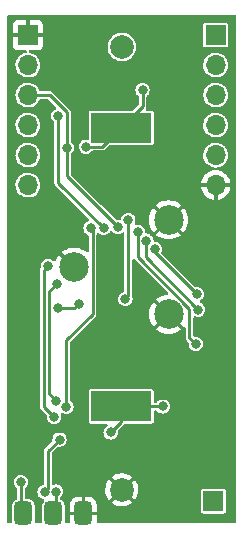
<source format=gbr>
%TF.GenerationSoftware,KiCad,Pcbnew,(6.0.5)*%
%TF.CreationDate,2022-05-21T08:56:41+02:00*%
%TF.ProjectId,LoraTrigger,4c6f7261-5472-4696-9767-65722e6b6963,rev?*%
%TF.SameCoordinates,Original*%
%TF.FileFunction,Copper,L2,Bot*%
%TF.FilePolarity,Positive*%
%FSLAX46Y46*%
G04 Gerber Fmt 4.6, Leading zero omitted, Abs format (unit mm)*
G04 Created by KiCad (PCBNEW (6.0.5)) date 2022-05-21 08:56:41*
%MOMM*%
%LPD*%
G01*
G04 APERTURE LIST*
G04 Aperture macros list*
%AMRoundRect*
0 Rectangle with rounded corners*
0 $1 Rounding radius*
0 $2 $3 $4 $5 $6 $7 $8 $9 X,Y pos of 4 corners*
0 Add a 4 corners polygon primitive as box body*
4,1,4,$2,$3,$4,$5,$6,$7,$8,$9,$2,$3,0*
0 Add four circle primitives for the rounded corners*
1,1,$1+$1,$2,$3*
1,1,$1+$1,$4,$5*
1,1,$1+$1,$6,$7*
1,1,$1+$1,$8,$9*
0 Add four rect primitives between the rounded corners*
20,1,$1+$1,$2,$3,$4,$5,0*
20,1,$1+$1,$4,$5,$6,$7,0*
20,1,$1+$1,$6,$7,$8,$9,0*
20,1,$1+$1,$8,$9,$2,$3,0*%
G04 Aperture macros list end*
%TA.AperFunction,ComponentPad*%
%ADD10R,1.700000X1.700000*%
%TD*%
%TA.AperFunction,ConnectorPad*%
%ADD11RoundRect,0.375000X-0.375000X-0.625000X0.375000X-0.625000X0.375000X0.625000X-0.375000X0.625000X0*%
%TD*%
%TA.AperFunction,ComponentPad*%
%ADD12C,2.000000*%
%TD*%
%TA.AperFunction,ComponentPad*%
%ADD13O,1.700000X1.700000*%
%TD*%
%TA.AperFunction,SMDPad,CuDef*%
%ADD14R,5.100000X2.500000*%
%TD*%
%TA.AperFunction,SMDPad,CuDef*%
%ADD15C,2.500000*%
%TD*%
%TA.AperFunction,ViaPad*%
%ADD16C,0.800000*%
%TD*%
%TA.AperFunction,Conductor*%
%ADD17C,0.250000*%
%TD*%
G04 APERTURE END LIST*
D10*
X116205000Y-80518000D03*
D11*
X100110000Y-81552000D03*
X102650000Y-81552000D03*
X105190000Y-81552000D03*
D12*
X108450000Y-42050000D03*
X108450000Y-79550000D03*
D10*
X100500000Y-41050000D03*
D13*
X100500000Y-43590000D03*
X100500000Y-46130000D03*
X100500000Y-48670000D03*
X100500000Y-51210000D03*
X100500000Y-53750000D03*
D10*
X116400000Y-41050000D03*
D13*
X116400000Y-43590000D03*
X116400000Y-46130000D03*
X116400000Y-48670000D03*
X116400000Y-51210000D03*
X116400000Y-53750000D03*
D14*
X108400000Y-72500000D03*
X108400000Y-48900000D03*
D15*
X112400000Y-56700000D03*
X112400000Y-64700000D03*
X104400000Y-60700000D03*
D16*
X100900000Y-59100000D03*
X102900000Y-79700000D03*
X102900000Y-72000000D03*
X102724500Y-73398305D03*
X102200000Y-60600000D03*
X102924500Y-62119632D03*
X111250498Y-59200000D03*
X114800000Y-63000000D03*
X110525998Y-58457930D03*
X109800000Y-57700000D03*
X109000000Y-56700000D03*
X108750682Y-63421897D03*
X103024500Y-64167712D03*
X104800701Y-63800701D03*
X114700000Y-67200000D03*
X109437701Y-46837701D03*
X100800000Y-61700000D03*
X114700000Y-48800000D03*
X109300000Y-44000000D03*
X101175500Y-78229014D03*
X114600000Y-75100000D03*
X103700000Y-42100000D03*
X114800000Y-44600000D03*
X117300000Y-56300000D03*
X107500000Y-74700000D03*
X111900000Y-72500000D03*
X110200000Y-45700000D03*
X105400000Y-50500000D03*
X99900000Y-78900000D03*
X103055718Y-47899248D03*
X106900000Y-57400000D03*
X103800000Y-50600000D03*
X108100000Y-57300000D03*
X114900000Y-64300000D03*
X103754018Y-72519286D03*
X101902314Y-79760232D03*
X103174011Y-75300000D03*
X105800000Y-57400000D03*
D17*
X102900000Y-81302000D02*
X102650000Y-81552000D01*
X102900000Y-79700000D02*
X102900000Y-81302000D01*
X102175499Y-79487047D02*
X101902314Y-79760232D01*
X102175499Y-76298512D02*
X102175499Y-79487047D01*
X103174011Y-75300000D02*
X102175499Y-76298512D01*
X101850489Y-60949511D02*
X101850489Y-72524294D01*
X102200000Y-60600000D02*
X101850489Y-60949511D01*
X101850489Y-72524294D02*
X102724500Y-73398305D01*
X102924500Y-62119632D02*
X102300000Y-62744132D01*
X102300000Y-62744132D02*
X102300000Y-62800000D01*
X102300000Y-62800000D02*
X102300000Y-71400000D01*
X102300000Y-71400000D02*
X102900000Y-72000000D01*
X105974511Y-64674511D02*
X103754018Y-66895004D01*
X105974511Y-57574511D02*
X105974511Y-64674511D01*
X103754018Y-66895004D02*
X103754018Y-72519286D01*
X105800000Y-57400000D02*
X105974511Y-57574511D01*
X104800701Y-63800701D02*
X104433690Y-64167712D01*
X104433690Y-64167712D02*
X103024500Y-64167712D01*
X102330000Y-46130000D02*
X100500000Y-46130000D01*
X103800000Y-47600000D02*
X102330000Y-46130000D01*
X103800000Y-50600000D02*
X103800000Y-47600000D01*
X110475499Y-58508429D02*
X110525998Y-58457930D01*
X110475499Y-59875499D02*
X110475499Y-58508429D01*
X111250498Y-59450498D02*
X111250498Y-59200000D01*
X114800000Y-63000000D02*
X111250498Y-59450498D01*
X114900000Y-64300000D02*
X110475499Y-59875499D01*
X114175499Y-66675499D02*
X114700000Y-67200000D01*
X114175499Y-64211203D02*
X114175499Y-66675499D01*
X109800000Y-59835704D02*
X114175499Y-64211203D01*
X109800000Y-57700000D02*
X109800000Y-59835704D01*
X109000000Y-63172579D02*
X109000000Y-56700000D01*
X108750682Y-63421897D02*
X109000000Y-63172579D01*
X100110000Y-81552000D02*
X99900000Y-81342000D01*
X108400000Y-72500000D02*
X108400000Y-73800000D01*
X106800000Y-50500000D02*
X105400000Y-50500000D01*
X108400000Y-72500000D02*
X111900000Y-72500000D01*
X108400000Y-48900000D02*
X106800000Y-50500000D01*
X99900000Y-81342000D02*
X99900000Y-78900000D01*
X110200000Y-47100000D02*
X110200000Y-45700000D01*
X108400000Y-73800000D02*
X107500000Y-74700000D01*
X108400000Y-48900000D02*
X110200000Y-47100000D01*
X103055718Y-53555718D02*
X103055718Y-47899248D01*
X106900000Y-57400000D02*
X103055718Y-53555718D01*
X108100000Y-57300000D02*
X103800000Y-53000000D01*
X103800000Y-53000000D02*
X103800000Y-50600000D01*
%TA.AperFunction,Conductor*%
G36*
X118091621Y-39336502D02*
G01*
X118138114Y-39390158D01*
X118149500Y-39442500D01*
X118149500Y-82273500D01*
X118129498Y-82341621D01*
X118075842Y-82388114D01*
X118023500Y-82399500D01*
X106465549Y-82399500D01*
X106397428Y-82379498D01*
X106350935Y-82325842D01*
X106339757Y-82266257D01*
X106339895Y-82263857D01*
X106340000Y-82260220D01*
X106340000Y-81720115D01*
X106335525Y-81704876D01*
X106334135Y-81703671D01*
X106326452Y-81702000D01*
X104058115Y-81702000D01*
X104042876Y-81706475D01*
X104041671Y-81707865D01*
X104040000Y-81715548D01*
X104040000Y-82260220D01*
X104040105Y-82263857D01*
X104040243Y-82266257D01*
X104024189Y-82335415D01*
X103973295Y-82384915D01*
X103914451Y-82399500D01*
X103719849Y-82399500D01*
X103651728Y-82379498D01*
X103605235Y-82325842D01*
X103594927Y-82257055D01*
X103599962Y-82218810D01*
X103599962Y-82218803D01*
X103600500Y-82214720D01*
X103600500Y-81383885D01*
X104040000Y-81383885D01*
X104044475Y-81399124D01*
X104045865Y-81400329D01*
X104053548Y-81402000D01*
X105021885Y-81402000D01*
X105037124Y-81397525D01*
X105038329Y-81396135D01*
X105040000Y-81388452D01*
X105040000Y-81383885D01*
X105340000Y-81383885D01*
X105344475Y-81399124D01*
X105345865Y-81400329D01*
X105353548Y-81402000D01*
X106321885Y-81402000D01*
X106337124Y-81397525D01*
X106338329Y-81396135D01*
X106340000Y-81388452D01*
X106340000Y-81387748D01*
X115154500Y-81387748D01*
X115155707Y-81393816D01*
X115157003Y-81400329D01*
X115166133Y-81446231D01*
X115210448Y-81512552D01*
X115276769Y-81556867D01*
X115288938Y-81559288D01*
X115288939Y-81559288D01*
X115329184Y-81567293D01*
X115335252Y-81568500D01*
X117074748Y-81568500D01*
X117080816Y-81567293D01*
X117121061Y-81559288D01*
X117121062Y-81559288D01*
X117133231Y-81556867D01*
X117199552Y-81512552D01*
X117243867Y-81446231D01*
X117252998Y-81400329D01*
X117254293Y-81393816D01*
X117255500Y-81387748D01*
X117255500Y-79648252D01*
X117248221Y-79611658D01*
X117246288Y-79601939D01*
X117246288Y-79601938D01*
X117243867Y-79589769D01*
X117199552Y-79523448D01*
X117133231Y-79479133D01*
X117121062Y-79476712D01*
X117121061Y-79476712D01*
X117080816Y-79468707D01*
X117074748Y-79467500D01*
X115335252Y-79467500D01*
X115329184Y-79468707D01*
X115288939Y-79476712D01*
X115288938Y-79476712D01*
X115276769Y-79479133D01*
X115210448Y-79523448D01*
X115166133Y-79589769D01*
X115163712Y-79601938D01*
X115163712Y-79601939D01*
X115161779Y-79611658D01*
X115154500Y-79648252D01*
X115154500Y-81387748D01*
X106340000Y-81387748D01*
X106340000Y-80843780D01*
X106339950Y-80842045D01*
X106338535Y-80832161D01*
X106302207Y-80674807D01*
X106297557Y-80661604D01*
X106287577Y-80640960D01*
X107577206Y-80640960D01*
X107584350Y-80651020D01*
X107640267Y-80697443D01*
X107648698Y-80703348D01*
X107838549Y-80814288D01*
X107847832Y-80818735D01*
X108053243Y-80897174D01*
X108063141Y-80900050D01*
X108278605Y-80943886D01*
X108288833Y-80945105D01*
X108508562Y-80953163D01*
X108518848Y-80952696D01*
X108736946Y-80924757D01*
X108747024Y-80922615D01*
X108957625Y-80859431D01*
X108967223Y-80855670D01*
X109164682Y-80758936D01*
X109173520Y-80753667D01*
X109315206Y-80652604D01*
X109323606Y-80641904D01*
X109316619Y-80628751D01*
X108462812Y-79774944D01*
X108448868Y-79767330D01*
X108447035Y-79767461D01*
X108440420Y-79771712D01*
X107584465Y-80627667D01*
X107577206Y-80640960D01*
X106287577Y-80640960D01*
X106228016Y-80517752D01*
X106220555Y-80505904D01*
X106120864Y-80381023D01*
X106110977Y-80371136D01*
X105986096Y-80271445D01*
X105974248Y-80263984D01*
X105830396Y-80194443D01*
X105817193Y-80189793D01*
X105659839Y-80153465D01*
X105649955Y-80152050D01*
X105648220Y-80152000D01*
X105358115Y-80152000D01*
X105342876Y-80156475D01*
X105341671Y-80157865D01*
X105340000Y-80165548D01*
X105340000Y-81383885D01*
X105040000Y-81383885D01*
X105040000Y-80170115D01*
X105035525Y-80154876D01*
X105034135Y-80153671D01*
X105026452Y-80152000D01*
X104731780Y-80152000D01*
X104730045Y-80152050D01*
X104720161Y-80153465D01*
X104562807Y-80189793D01*
X104549604Y-80194443D01*
X104405752Y-80263984D01*
X104393904Y-80271445D01*
X104269023Y-80371136D01*
X104259136Y-80381023D01*
X104159445Y-80505904D01*
X104151984Y-80517752D01*
X104082443Y-80661604D01*
X104077793Y-80674807D01*
X104041465Y-80832161D01*
X104040050Y-80842045D01*
X104040000Y-80843780D01*
X104040000Y-81383885D01*
X103600500Y-81383885D01*
X103600500Y-80889280D01*
X103585687Y-80776764D01*
X103527698Y-80636767D01*
X103435451Y-80516549D01*
X103315233Y-80424302D01*
X103307611Y-80421145D01*
X103307606Y-80421142D01*
X103303279Y-80419350D01*
X103247999Y-80374800D01*
X103225500Y-80302942D01*
X103225500Y-80269286D01*
X103245502Y-80201165D01*
X103274796Y-80169323D01*
X103321736Y-80133305D01*
X103328282Y-80128282D01*
X103424536Y-80002841D01*
X103485044Y-79856762D01*
X103505682Y-79700000D01*
X103485044Y-79543238D01*
X103481119Y-79533761D01*
X103475764Y-79520834D01*
X107045918Y-79520834D01*
X107058575Y-79740341D01*
X107060011Y-79750562D01*
X107108349Y-79965050D01*
X107111428Y-79974878D01*
X107194153Y-80178605D01*
X107198796Y-80187796D01*
X107313688Y-80375282D01*
X107319764Y-80383584D01*
X107347135Y-80415182D01*
X107360219Y-80423593D01*
X107370192Y-80417676D01*
X108225056Y-79562812D01*
X108231434Y-79551132D01*
X108667330Y-79551132D01*
X108667461Y-79552965D01*
X108671712Y-79559580D01*
X109529073Y-80416941D01*
X109541083Y-80423500D01*
X109552823Y-80414532D01*
X109651129Y-80277723D01*
X109656440Y-80268885D01*
X109753854Y-80071782D01*
X109757653Y-80062187D01*
X109821568Y-79851821D01*
X109823747Y-79841740D01*
X109852684Y-79621945D01*
X109853203Y-79615272D01*
X109854716Y-79553365D01*
X109854522Y-79546646D01*
X109836359Y-79325721D01*
X109834674Y-79315541D01*
X109781111Y-79102300D01*
X109777786Y-79092534D01*
X109690118Y-78890911D01*
X109685240Y-78881814D01*
X109565818Y-78697214D01*
X109559526Y-78689044D01*
X109554358Y-78683364D01*
X109540793Y-78675105D01*
X109540538Y-78675111D01*
X109531523Y-78680609D01*
X108674944Y-79537188D01*
X108667330Y-79551132D01*
X108231434Y-79551132D01*
X108232670Y-79548868D01*
X108232539Y-79547035D01*
X108228288Y-79540420D01*
X107369268Y-78681400D01*
X107357732Y-78675100D01*
X107345449Y-78684723D01*
X107231447Y-78851842D01*
X107226359Y-78860798D01*
X107133786Y-79060231D01*
X107130223Y-79069918D01*
X107071467Y-79281783D01*
X107069536Y-79291904D01*
X107046169Y-79510546D01*
X107045918Y-79520834D01*
X103475764Y-79520834D01*
X103473992Y-79516557D01*
X103424536Y-79397159D01*
X103328282Y-79271718D01*
X103202841Y-79175464D01*
X103056762Y-79114956D01*
X102900000Y-79094318D01*
X102743238Y-79114956D01*
X102735611Y-79118115D01*
X102735608Y-79118116D01*
X102675217Y-79143131D01*
X102604627Y-79150720D01*
X102541140Y-79118940D01*
X102504913Y-79057882D01*
X102500999Y-79026722D01*
X102500999Y-78459500D01*
X107577218Y-78459500D01*
X107583964Y-78471832D01*
X108437188Y-79325056D01*
X108451132Y-79332670D01*
X108452965Y-79332539D01*
X108459580Y-79328288D01*
X109315471Y-78472397D01*
X109322492Y-78459540D01*
X109314719Y-78448873D01*
X109231460Y-78383118D01*
X109222876Y-78377415D01*
X109030393Y-78271158D01*
X109020981Y-78266928D01*
X108813725Y-78193534D01*
X108803755Y-78190900D01*
X108587293Y-78152344D01*
X108577039Y-78151374D01*
X108357176Y-78148687D01*
X108346891Y-78149407D01*
X108129553Y-78182664D01*
X108119526Y-78185053D01*
X107910538Y-78253360D01*
X107901029Y-78257357D01*
X107706009Y-78358879D01*
X107697274Y-78364380D01*
X107585672Y-78448174D01*
X107577218Y-78459500D01*
X102500999Y-78459500D01*
X102500999Y-76485529D01*
X102521001Y-76417408D01*
X102537904Y-76396433D01*
X103001630Y-75932708D01*
X103063942Y-75898683D01*
X103107169Y-75896882D01*
X103174011Y-75905682D01*
X103182199Y-75904604D01*
X103322585Y-75886122D01*
X103330773Y-75885044D01*
X103476852Y-75824536D01*
X103602293Y-75728282D01*
X103698547Y-75602841D01*
X103759055Y-75456762D01*
X103779693Y-75300000D01*
X103759055Y-75143238D01*
X103698547Y-74997159D01*
X103602293Y-74871718D01*
X103476852Y-74775464D01*
X103330773Y-74714956D01*
X103174011Y-74694318D01*
X103017249Y-74714956D01*
X102871170Y-74775464D01*
X102745729Y-74871718D01*
X102649475Y-74997159D01*
X102588967Y-75143238D01*
X102568329Y-75300000D01*
X102569407Y-75308187D01*
X102577129Y-75366840D01*
X102566190Y-75436989D01*
X102541302Y-75472382D01*
X101959286Y-76054398D01*
X101951183Y-76061824D01*
X101930748Y-76078972D01*
X101922305Y-76086057D01*
X101916795Y-76095601D01*
X101916794Y-76095602D01*
X101903460Y-76118697D01*
X101897554Y-76127968D01*
X101875945Y-76158828D01*
X101873091Y-76169478D01*
X101871614Y-76172646D01*
X101870422Y-76175922D01*
X101864911Y-76185467D01*
X101858961Y-76219211D01*
X101858369Y-76222570D01*
X101855991Y-76233297D01*
X101846235Y-76269705D01*
X101847196Y-76280690D01*
X101847196Y-76280692D01*
X101849519Y-76307240D01*
X101849999Y-76318222D01*
X101849999Y-79051634D01*
X101829997Y-79119755D01*
X101776341Y-79166248D01*
X101756611Y-79173341D01*
X101753742Y-79174110D01*
X101745552Y-79175188D01*
X101737922Y-79178348D01*
X101737920Y-79178349D01*
X101732749Y-79180491D01*
X101599473Y-79235696D01*
X101474032Y-79331950D01*
X101377778Y-79457391D01*
X101317270Y-79603470D01*
X101296632Y-79760232D01*
X101317270Y-79916994D01*
X101377778Y-80063073D01*
X101431669Y-80133305D01*
X101466429Y-80178605D01*
X101474032Y-80188514D01*
X101599473Y-80284768D01*
X101745552Y-80345276D01*
X101756629Y-80346734D01*
X101758884Y-80347732D01*
X101761716Y-80348491D01*
X101761598Y-80348933D01*
X101821554Y-80375459D01*
X101860644Y-80434725D01*
X101861487Y-80505717D01*
X101840143Y-80548356D01*
X101772302Y-80636767D01*
X101714313Y-80776764D01*
X101699500Y-80889280D01*
X101699500Y-82214720D01*
X101700038Y-82218803D01*
X101700038Y-82218810D01*
X101705073Y-82257055D01*
X101694133Y-82327203D01*
X101647005Y-82380302D01*
X101580151Y-82399500D01*
X101179849Y-82399500D01*
X101111728Y-82379498D01*
X101065235Y-82325842D01*
X101054927Y-82257055D01*
X101059962Y-82218810D01*
X101059962Y-82218803D01*
X101060500Y-82214720D01*
X101060500Y-80889280D01*
X101045687Y-80776764D01*
X100987698Y-80636767D01*
X100895451Y-80516549D01*
X100775233Y-80424302D01*
X100635236Y-80366313D01*
X100627048Y-80365235D01*
X100526807Y-80352038D01*
X100526806Y-80352038D01*
X100522720Y-80351500D01*
X100351500Y-80351500D01*
X100283379Y-80331498D01*
X100236886Y-80277842D01*
X100225500Y-80225500D01*
X100225500Y-79469286D01*
X100245502Y-79401165D01*
X100274796Y-79369323D01*
X100321736Y-79333305D01*
X100328282Y-79328282D01*
X100338059Y-79315541D01*
X100395468Y-79240723D01*
X100424536Y-79202841D01*
X100485044Y-79056762D01*
X100505682Y-78900000D01*
X100485044Y-78743238D01*
X100424536Y-78597159D01*
X100328282Y-78471718D01*
X100202841Y-78375464D01*
X100056762Y-78314956D01*
X99900000Y-78294318D01*
X99743238Y-78314956D01*
X99597159Y-78375464D01*
X99471718Y-78471718D01*
X99375464Y-78597159D01*
X99314956Y-78743238D01*
X99294318Y-78900000D01*
X99314956Y-79056762D01*
X99375464Y-79202841D01*
X99404532Y-79240723D01*
X99461942Y-79315541D01*
X99471718Y-79328282D01*
X99478264Y-79333305D01*
X99525204Y-79369323D01*
X99567071Y-79426661D01*
X99574500Y-79469286D01*
X99574500Y-80286374D01*
X99554498Y-80354495D01*
X99496718Y-80402783D01*
X99480305Y-80409582D01*
X99444767Y-80424302D01*
X99324549Y-80516549D01*
X99232302Y-80636767D01*
X99174313Y-80776764D01*
X99159500Y-80889280D01*
X99159500Y-82214720D01*
X99160038Y-82218803D01*
X99160038Y-82218810D01*
X99165073Y-82257055D01*
X99154133Y-82327203D01*
X99107005Y-82380302D01*
X99040151Y-82399500D01*
X98876500Y-82399500D01*
X98808379Y-82379498D01*
X98761886Y-82325842D01*
X98750500Y-82273500D01*
X98750500Y-53735262D01*
X99444520Y-53735262D01*
X99445036Y-53741406D01*
X99458354Y-53900000D01*
X99461759Y-53940553D01*
X99463458Y-53946478D01*
X99471120Y-53973197D01*
X99518544Y-54138586D01*
X99521359Y-54144063D01*
X99521360Y-54144066D01*
X99541955Y-54184140D01*
X99612712Y-54321818D01*
X99740677Y-54483270D01*
X99745370Y-54487264D01*
X99745371Y-54487265D01*
X99831365Y-54560451D01*
X99897564Y-54616791D01*
X100077398Y-54717297D01*
X100172238Y-54748113D01*
X100267471Y-54779056D01*
X100267475Y-54779057D01*
X100273329Y-54780959D01*
X100477894Y-54805351D01*
X100484029Y-54804879D01*
X100484031Y-54804879D01*
X100540039Y-54800569D01*
X100683300Y-54789546D01*
X100689230Y-54787890D01*
X100689232Y-54787890D01*
X100875797Y-54735800D01*
X100875796Y-54735800D01*
X100881725Y-54734145D01*
X100887214Y-54731372D01*
X100887220Y-54731370D01*
X101060116Y-54644033D01*
X101065610Y-54641258D01*
X101227951Y-54514424D01*
X101362564Y-54358472D01*
X101383387Y-54321818D01*
X101461276Y-54184707D01*
X101464323Y-54179344D01*
X101529351Y-53983863D01*
X101555171Y-53779474D01*
X101555390Y-53763806D01*
X101555534Y-53753522D01*
X101555534Y-53753518D01*
X101555583Y-53750000D01*
X101535480Y-53544970D01*
X101475935Y-53347749D01*
X101379218Y-53165849D01*
X101267449Y-53028807D01*
X101252906Y-53010975D01*
X101252903Y-53010972D01*
X101249011Y-53006200D01*
X101224335Y-52985786D01*
X101095025Y-52878811D01*
X101095021Y-52878809D01*
X101090275Y-52874882D01*
X100909055Y-52776897D01*
X100712254Y-52715977D01*
X100706129Y-52715333D01*
X100706128Y-52715333D01*
X100513498Y-52695087D01*
X100513496Y-52695087D01*
X100507369Y-52694443D01*
X100420529Y-52702346D01*
X100308342Y-52712555D01*
X100308339Y-52712556D01*
X100302203Y-52713114D01*
X100104572Y-52771280D01*
X99922002Y-52866726D01*
X99917201Y-52870586D01*
X99917198Y-52870588D01*
X99766254Y-52991950D01*
X99761447Y-52995815D01*
X99629024Y-53153630D01*
X99626056Y-53159028D01*
X99626053Y-53159033D01*
X99532743Y-53328765D01*
X99529776Y-53334162D01*
X99467484Y-53530532D01*
X99466798Y-53536649D01*
X99466797Y-53536653D01*
X99445207Y-53729137D01*
X99444520Y-53735262D01*
X98750500Y-53735262D01*
X98750500Y-51195262D01*
X99444520Y-51195262D01*
X99461759Y-51400553D01*
X99518544Y-51598586D01*
X99521359Y-51604063D01*
X99521360Y-51604066D01*
X99542247Y-51644707D01*
X99612712Y-51781818D01*
X99740677Y-51943270D01*
X99897564Y-52076791D01*
X100077398Y-52177297D01*
X100172238Y-52208112D01*
X100267471Y-52239056D01*
X100267475Y-52239057D01*
X100273329Y-52240959D01*
X100477894Y-52265351D01*
X100484029Y-52264879D01*
X100484031Y-52264879D01*
X100540039Y-52260569D01*
X100683300Y-52249546D01*
X100689230Y-52247890D01*
X100689232Y-52247890D01*
X100875797Y-52195800D01*
X100875796Y-52195800D01*
X100881725Y-52194145D01*
X100887214Y-52191372D01*
X100887220Y-52191370D01*
X101060116Y-52104033D01*
X101065610Y-52101258D01*
X101227951Y-51974424D01*
X101362564Y-51818472D01*
X101383387Y-51781818D01*
X101461276Y-51644707D01*
X101464323Y-51639344D01*
X101529351Y-51443863D01*
X101555171Y-51239474D01*
X101555583Y-51210000D01*
X101535480Y-51004970D01*
X101475935Y-50807749D01*
X101379218Y-50625849D01*
X101269900Y-50491812D01*
X101252906Y-50470975D01*
X101252903Y-50470972D01*
X101249011Y-50466200D01*
X101231786Y-50451950D01*
X101095025Y-50338811D01*
X101095021Y-50338809D01*
X101090275Y-50334882D01*
X100909055Y-50236897D01*
X100712254Y-50175977D01*
X100706129Y-50175333D01*
X100706128Y-50175333D01*
X100513498Y-50155087D01*
X100513496Y-50155087D01*
X100507369Y-50154443D01*
X100420529Y-50162346D01*
X100308342Y-50172555D01*
X100308339Y-50172556D01*
X100302203Y-50173114D01*
X100104572Y-50231280D01*
X99922002Y-50326726D01*
X99917201Y-50330586D01*
X99917198Y-50330588D01*
X99891281Y-50351426D01*
X99761447Y-50455815D01*
X99629024Y-50613630D01*
X99626056Y-50619028D01*
X99626053Y-50619033D01*
X99570486Y-50720110D01*
X99529776Y-50794162D01*
X99467484Y-50990532D01*
X99466798Y-50996649D01*
X99466797Y-50996653D01*
X99454689Y-51104604D01*
X99444520Y-51195262D01*
X98750500Y-51195262D01*
X98750500Y-48655262D01*
X99444520Y-48655262D01*
X99461759Y-48860553D01*
X99518544Y-49058586D01*
X99521359Y-49064063D01*
X99521360Y-49064066D01*
X99542247Y-49104707D01*
X99612712Y-49241818D01*
X99740677Y-49403270D01*
X99897564Y-49536791D01*
X100077398Y-49637297D01*
X100172238Y-49668113D01*
X100267471Y-49699056D01*
X100267475Y-49699057D01*
X100273329Y-49700959D01*
X100477894Y-49725351D01*
X100484029Y-49724879D01*
X100484031Y-49724879D01*
X100540039Y-49720569D01*
X100683300Y-49709546D01*
X100689230Y-49707890D01*
X100689232Y-49707890D01*
X100875797Y-49655800D01*
X100875796Y-49655800D01*
X100881725Y-49654145D01*
X100887214Y-49651372D01*
X100887220Y-49651370D01*
X101060116Y-49564033D01*
X101065610Y-49561258D01*
X101227951Y-49434424D01*
X101362564Y-49278472D01*
X101383387Y-49241818D01*
X101461276Y-49104707D01*
X101464323Y-49099344D01*
X101529351Y-48903863D01*
X101555171Y-48699474D01*
X101555583Y-48670000D01*
X101535480Y-48464970D01*
X101475935Y-48267749D01*
X101379218Y-48085849D01*
X101305859Y-47995902D01*
X101252906Y-47930975D01*
X101252903Y-47930972D01*
X101249011Y-47926200D01*
X101231786Y-47911950D01*
X101095025Y-47798811D01*
X101095021Y-47798809D01*
X101090275Y-47794882D01*
X100909055Y-47696897D01*
X100712254Y-47635977D01*
X100706129Y-47635333D01*
X100706128Y-47635333D01*
X100513498Y-47615087D01*
X100513496Y-47615087D01*
X100507369Y-47614443D01*
X100420529Y-47622346D01*
X100308342Y-47632555D01*
X100308339Y-47632556D01*
X100302203Y-47633114D01*
X100104572Y-47691280D01*
X100099107Y-47694137D01*
X100013287Y-47739003D01*
X99922002Y-47786726D01*
X99917201Y-47790586D01*
X99917198Y-47790588D01*
X99906971Y-47798811D01*
X99761447Y-47915815D01*
X99629024Y-48073630D01*
X99626056Y-48079028D01*
X99626053Y-48079033D01*
X99619315Y-48091290D01*
X99529776Y-48254162D01*
X99467484Y-48450532D01*
X99466798Y-48456649D01*
X99466797Y-48456653D01*
X99445207Y-48649137D01*
X99444520Y-48655262D01*
X98750500Y-48655262D01*
X98750500Y-46115262D01*
X99444520Y-46115262D01*
X99445036Y-46121406D01*
X99453875Y-46226661D01*
X99461759Y-46320553D01*
X99463458Y-46326478D01*
X99511037Y-46492405D01*
X99518544Y-46518586D01*
X99521359Y-46524063D01*
X99521360Y-46524066D01*
X99542247Y-46564707D01*
X99612712Y-46701818D01*
X99740677Y-46863270D01*
X99897564Y-46996791D01*
X100077398Y-47097297D01*
X100140586Y-47117828D01*
X100267471Y-47159056D01*
X100267475Y-47159057D01*
X100273329Y-47160959D01*
X100477894Y-47185351D01*
X100484029Y-47184879D01*
X100484031Y-47184879D01*
X100540039Y-47180569D01*
X100683300Y-47169546D01*
X100689230Y-47167890D01*
X100689232Y-47167890D01*
X100875797Y-47115800D01*
X100875796Y-47115800D01*
X100881725Y-47114145D01*
X100887214Y-47111372D01*
X100887220Y-47111370D01*
X101060116Y-47024033D01*
X101065610Y-47021258D01*
X101090160Y-47002078D01*
X101223101Y-46898213D01*
X101227951Y-46894424D01*
X101362564Y-46738472D01*
X101383387Y-46701818D01*
X101461275Y-46564709D01*
X101461276Y-46564707D01*
X101464323Y-46559344D01*
X101470184Y-46541726D01*
X101510666Y-46483403D01*
X101576254Y-46456224D01*
X101589741Y-46455500D01*
X102142984Y-46455500D01*
X102211105Y-46475502D01*
X102232079Y-46492405D01*
X102875162Y-47135488D01*
X102909188Y-47197800D01*
X102904123Y-47268615D01*
X102861576Y-47325451D01*
X102834287Y-47340991D01*
X102752877Y-47374712D01*
X102627436Y-47470966D01*
X102531182Y-47596407D01*
X102470674Y-47742486D01*
X102450036Y-47899248D01*
X102470674Y-48056010D01*
X102531182Y-48202089D01*
X102627436Y-48327530D01*
X102633982Y-48332553D01*
X102680922Y-48368571D01*
X102722789Y-48425909D01*
X102730218Y-48468534D01*
X102730218Y-53536008D01*
X102729738Y-53546990D01*
X102726454Y-53584525D01*
X102730601Y-53600000D01*
X102736209Y-53620928D01*
X102738588Y-53631660D01*
X102745130Y-53668763D01*
X102750641Y-53678308D01*
X102751833Y-53681584D01*
X102753310Y-53684752D01*
X102756164Y-53695402D01*
X102762488Y-53704433D01*
X102777773Y-53726262D01*
X102783679Y-53735533D01*
X102787070Y-53741406D01*
X102802524Y-53768173D01*
X102810969Y-53775259D01*
X102831400Y-53792403D01*
X102839503Y-53799829D01*
X105659374Y-56619700D01*
X105693400Y-56682012D01*
X105688335Y-56752827D01*
X105645788Y-56809663D01*
X105618497Y-56825204D01*
X105497159Y-56875464D01*
X105371718Y-56971718D01*
X105366695Y-56978264D01*
X105347837Y-57002841D01*
X105275464Y-57097159D01*
X105214956Y-57243238D01*
X105194318Y-57400000D01*
X105214956Y-57556762D01*
X105275464Y-57702841D01*
X105371718Y-57828282D01*
X105497159Y-57924536D01*
X105554560Y-57948312D01*
X105571229Y-57955217D01*
X105626510Y-57999766D01*
X105649011Y-58071626D01*
X105649011Y-59323547D01*
X105629009Y-59391668D01*
X105575353Y-59438161D01*
X105505079Y-59448265D01*
X105441180Y-59419358D01*
X105376604Y-59364204D01*
X105368631Y-59358412D01*
X105155621Y-59227879D01*
X105146827Y-59223398D01*
X104916028Y-59127798D01*
X104906643Y-59124749D01*
X104663728Y-59066430D01*
X104653981Y-59064887D01*
X104404930Y-59045286D01*
X104395070Y-59045286D01*
X104146019Y-59064887D01*
X104136272Y-59066430D01*
X103893357Y-59124749D01*
X103883972Y-59127798D01*
X103653173Y-59223398D01*
X103644379Y-59227879D01*
X103431372Y-59358410D01*
X103423390Y-59364210D01*
X103357856Y-59420180D01*
X103349426Y-59433094D01*
X103355433Y-59443301D01*
X104523037Y-60610905D01*
X104557063Y-60673217D01*
X104551998Y-60744032D01*
X104523037Y-60789095D01*
X104489095Y-60823037D01*
X104426783Y-60857063D01*
X104355968Y-60851998D01*
X104310905Y-60823037D01*
X103144759Y-59656891D01*
X103131222Y-59649499D01*
X103121521Y-59656286D01*
X103064210Y-59723390D01*
X103058410Y-59731372D01*
X102927879Y-59944379D01*
X102923398Y-59953173D01*
X102844667Y-60143248D01*
X102800119Y-60198529D01*
X102732755Y-60220950D01*
X102663964Y-60203392D01*
X102640294Y-60182965D01*
X102639150Y-60184109D01*
X102633305Y-60178264D01*
X102628282Y-60171718D01*
X102502841Y-60075464D01*
X102356762Y-60014956D01*
X102200000Y-59994318D01*
X102043238Y-60014956D01*
X101897159Y-60075464D01*
X101771718Y-60171718D01*
X101675464Y-60297159D01*
X101614956Y-60443238D01*
X101594318Y-60600000D01*
X101595396Y-60608188D01*
X101603981Y-60673400D01*
X101593041Y-60743549D01*
X101588179Y-60752844D01*
X101578451Y-60769694D01*
X101572544Y-60778967D01*
X101550935Y-60809827D01*
X101548081Y-60820477D01*
X101546604Y-60823645D01*
X101545412Y-60826921D01*
X101539901Y-60836466D01*
X101533951Y-60870210D01*
X101533359Y-60873569D01*
X101530981Y-60884296D01*
X101521225Y-60920704D01*
X101522186Y-60931689D01*
X101522186Y-60931691D01*
X101524509Y-60958239D01*
X101524989Y-60969221D01*
X101524989Y-72504584D01*
X101524509Y-72515566D01*
X101524184Y-72519286D01*
X101521225Y-72553101D01*
X101524079Y-72563750D01*
X101530980Y-72589504D01*
X101533359Y-72600236D01*
X101539901Y-72637339D01*
X101545412Y-72646884D01*
X101546604Y-72650160D01*
X101548081Y-72653328D01*
X101550935Y-72663978D01*
X101557259Y-72673009D01*
X101572544Y-72694838D01*
X101578450Y-72704109D01*
X101591782Y-72727200D01*
X101597295Y-72736749D01*
X101605740Y-72743835D01*
X101626164Y-72760973D01*
X101634269Y-72768400D01*
X102091792Y-73225924D01*
X102125817Y-73288236D01*
X102127618Y-73331463D01*
X102118818Y-73398305D01*
X102139456Y-73555067D01*
X102199964Y-73701146D01*
X102296218Y-73826587D01*
X102421659Y-73922841D01*
X102567738Y-73983349D01*
X102724500Y-74003987D01*
X102732688Y-74002909D01*
X102873074Y-73984427D01*
X102881262Y-73983349D01*
X103027341Y-73922841D01*
X103152782Y-73826587D01*
X103196396Y-73769748D01*
X105649500Y-73769748D01*
X105661133Y-73828231D01*
X105705448Y-73894552D01*
X105771769Y-73938867D01*
X105783938Y-73941288D01*
X105783939Y-73941288D01*
X105824184Y-73949293D01*
X105830252Y-73950500D01*
X107119153Y-73950500D01*
X107187274Y-73970502D01*
X107233767Y-74024158D01*
X107243871Y-74094432D01*
X107214377Y-74159012D01*
X107195857Y-74176463D01*
X107071718Y-74271718D01*
X106975464Y-74397159D01*
X106914956Y-74543238D01*
X106894318Y-74700000D01*
X106914956Y-74856762D01*
X106975464Y-75002841D01*
X107071718Y-75128282D01*
X107197159Y-75224536D01*
X107343238Y-75285044D01*
X107500000Y-75305682D01*
X107508188Y-75304604D01*
X107648574Y-75286122D01*
X107656762Y-75285044D01*
X107802841Y-75224536D01*
X107928282Y-75128282D01*
X108024536Y-75002841D01*
X108085044Y-74856762D01*
X108105682Y-74700000D01*
X108096882Y-74633158D01*
X108107821Y-74563011D01*
X108132709Y-74527617D01*
X108616228Y-74044099D01*
X108624332Y-74036673D01*
X108644750Y-74019540D01*
X108653194Y-74012455D01*
X108658705Y-74002910D01*
X108664916Y-73995508D01*
X108724026Y-73956182D01*
X108761437Y-73950500D01*
X110969748Y-73950500D01*
X110975816Y-73949293D01*
X111016061Y-73941288D01*
X111016062Y-73941288D01*
X111028231Y-73938867D01*
X111094552Y-73894552D01*
X111138867Y-73828231D01*
X111150500Y-73769748D01*
X111150500Y-72951500D01*
X111170502Y-72883379D01*
X111224158Y-72836886D01*
X111276500Y-72825500D01*
X111330714Y-72825500D01*
X111398835Y-72845502D01*
X111430677Y-72874796D01*
X111471718Y-72928282D01*
X111597159Y-73024536D01*
X111743238Y-73085044D01*
X111900000Y-73105682D01*
X111908188Y-73104604D01*
X111910270Y-73104330D01*
X112056762Y-73085044D01*
X112202841Y-73024536D01*
X112328282Y-72928282D01*
X112424536Y-72802841D01*
X112485044Y-72656762D01*
X112505682Y-72500000D01*
X112485044Y-72343238D01*
X112424536Y-72197159D01*
X112328282Y-72071718D01*
X112202841Y-71975464D01*
X112056762Y-71914956D01*
X111900000Y-71894318D01*
X111743238Y-71914956D01*
X111597159Y-71975464D01*
X111471718Y-72071718D01*
X111466695Y-72078264D01*
X111430677Y-72125204D01*
X111373339Y-72167071D01*
X111330714Y-72174500D01*
X111276500Y-72174500D01*
X111208379Y-72154498D01*
X111161886Y-72100842D01*
X111150500Y-72048500D01*
X111150500Y-71230252D01*
X111138867Y-71171769D01*
X111094552Y-71105448D01*
X111028231Y-71061133D01*
X111016062Y-71058712D01*
X111016061Y-71058712D01*
X110975816Y-71050707D01*
X110969748Y-71049500D01*
X105830252Y-71049500D01*
X105824184Y-71050707D01*
X105783939Y-71058712D01*
X105783938Y-71058712D01*
X105771769Y-71061133D01*
X105705448Y-71105448D01*
X105661133Y-71171769D01*
X105649500Y-71230252D01*
X105649500Y-73769748D01*
X103196396Y-73769748D01*
X103249036Y-73701146D01*
X103309544Y-73555067D01*
X103330182Y-73398305D01*
X103309544Y-73241543D01*
X103297759Y-73213091D01*
X103290170Y-73142503D01*
X103321949Y-73079016D01*
X103383007Y-73042788D01*
X103453958Y-73045322D01*
X103462386Y-73048465D01*
X103553298Y-73086122D01*
X103597256Y-73104330D01*
X103605444Y-73105408D01*
X103675637Y-73114649D01*
X103754018Y-73124968D01*
X103762206Y-73123890D01*
X103902592Y-73105408D01*
X103910780Y-73104330D01*
X104056859Y-73043822D01*
X104182300Y-72947568D01*
X104278554Y-72822127D01*
X104339062Y-72676048D01*
X104359700Y-72519286D01*
X104339062Y-72362524D01*
X104278554Y-72216445D01*
X104182300Y-72091004D01*
X104128814Y-72049963D01*
X104086947Y-71992625D01*
X104079518Y-71950000D01*
X104079518Y-67082020D01*
X104099520Y-67013899D01*
X104116423Y-66992925D01*
X105140571Y-65968778D01*
X111349499Y-65968778D01*
X111356286Y-65978479D01*
X111423390Y-66035790D01*
X111431372Y-66041590D01*
X111644379Y-66172121D01*
X111653173Y-66176602D01*
X111883972Y-66272202D01*
X111893357Y-66275251D01*
X112136272Y-66333570D01*
X112146019Y-66335113D01*
X112395070Y-66354714D01*
X112404930Y-66354714D01*
X112653981Y-66335113D01*
X112663728Y-66333570D01*
X112906643Y-66275251D01*
X112916028Y-66272202D01*
X113146827Y-66176602D01*
X113155621Y-66172121D01*
X113368628Y-66041590D01*
X113376610Y-66035790D01*
X113442144Y-65979820D01*
X113450574Y-65966906D01*
X113444567Y-65956699D01*
X112412812Y-64924944D01*
X112398868Y-64917330D01*
X112397035Y-64917461D01*
X112390420Y-64921712D01*
X111356891Y-65955241D01*
X111349499Y-65968778D01*
X105140571Y-65968778D01*
X106190733Y-64918616D01*
X106198837Y-64911189D01*
X106219261Y-64894051D01*
X106227705Y-64886966D01*
X106233215Y-64877423D01*
X106233218Y-64877419D01*
X106246547Y-64854332D01*
X106252452Y-64845062D01*
X106267743Y-64823224D01*
X106274065Y-64814195D01*
X106276918Y-64803547D01*
X106278397Y-64800376D01*
X106279589Y-64797100D01*
X106285099Y-64787556D01*
X106291645Y-64750435D01*
X106294019Y-64739728D01*
X106303342Y-64704930D01*
X110745286Y-64704930D01*
X110764887Y-64953981D01*
X110766430Y-64963728D01*
X110824749Y-65206643D01*
X110827798Y-65216028D01*
X110923398Y-65446827D01*
X110927879Y-65455621D01*
X111058410Y-65668628D01*
X111064210Y-65676610D01*
X111120180Y-65742144D01*
X111133094Y-65750574D01*
X111143301Y-65744567D01*
X112175056Y-64712812D01*
X112182670Y-64698868D01*
X112182539Y-64697035D01*
X112178288Y-64690420D01*
X111144759Y-63656891D01*
X111131222Y-63649499D01*
X111121521Y-63656286D01*
X111064210Y-63723390D01*
X111058410Y-63731372D01*
X110927879Y-63944379D01*
X110923398Y-63953173D01*
X110827798Y-64183972D01*
X110824749Y-64193357D01*
X110766430Y-64436272D01*
X110764887Y-64446019D01*
X110745286Y-64695070D01*
X110745286Y-64704930D01*
X106303342Y-64704930D01*
X106303774Y-64703318D01*
X106300490Y-64665780D01*
X106300011Y-64654799D01*
X106300011Y-57952030D01*
X106320013Y-57883909D01*
X106373669Y-57837416D01*
X106443943Y-57827312D01*
X106502716Y-57852067D01*
X106597159Y-57924536D01*
X106743238Y-57985044D01*
X106900000Y-58005682D01*
X106908188Y-58004604D01*
X107048574Y-57986122D01*
X107056762Y-57985044D01*
X107202841Y-57924536D01*
X107328282Y-57828282D01*
X107424536Y-57702841D01*
X107427478Y-57695739D01*
X107478669Y-57646927D01*
X107548382Y-57633489D01*
X107614293Y-57659875D01*
X107636370Y-57682216D01*
X107666692Y-57721733D01*
X107666695Y-57721736D01*
X107671718Y-57728282D01*
X107797159Y-57824536D01*
X107943238Y-57885044D01*
X108100000Y-57905682D01*
X108108188Y-57904604D01*
X108248574Y-57886122D01*
X108256762Y-57885044D01*
X108402841Y-57824536D01*
X108471796Y-57771625D01*
X108538016Y-57746025D01*
X108607565Y-57760290D01*
X108658361Y-57809891D01*
X108674500Y-57871588D01*
X108674500Y-62719694D01*
X108654498Y-62787815D01*
X108600842Y-62834308D01*
X108593900Y-62836804D01*
X108593920Y-62836853D01*
X108447841Y-62897361D01*
X108322400Y-62993615D01*
X108226146Y-63119056D01*
X108165638Y-63265135D01*
X108145000Y-63421897D01*
X108165638Y-63578659D01*
X108226146Y-63724738D01*
X108322400Y-63850179D01*
X108447841Y-63946433D01*
X108593920Y-64006941D01*
X108750682Y-64027579D01*
X108758870Y-64026501D01*
X108899256Y-64008019D01*
X108907444Y-64006941D01*
X109053523Y-63946433D01*
X109178964Y-63850179D01*
X109275218Y-63724738D01*
X109335726Y-63578659D01*
X109356364Y-63421897D01*
X109335726Y-63265135D01*
X109332565Y-63257503D01*
X109330676Y-63250454D01*
X109327093Y-63209488D01*
X109329264Y-63201386D01*
X109325980Y-63163851D01*
X109325500Y-63152869D01*
X109325500Y-60127621D01*
X109345502Y-60059500D01*
X109399158Y-60013007D01*
X109469432Y-60002903D01*
X109534012Y-60032397D01*
X109542946Y-60041473D01*
X109546806Y-60048159D01*
X109555251Y-60055245D01*
X109575682Y-60072389D01*
X109583785Y-60079815D01*
X112344744Y-62840774D01*
X112378770Y-62903086D01*
X112373705Y-62973901D01*
X112331158Y-63030737D01*
X112265534Y-63055481D01*
X112146020Y-63064887D01*
X112136272Y-63066430D01*
X111893357Y-63124749D01*
X111883972Y-63127798D01*
X111653173Y-63223398D01*
X111644379Y-63227879D01*
X111431372Y-63358410D01*
X111423390Y-63364210D01*
X111357856Y-63420180D01*
X111349426Y-63433094D01*
X111355433Y-63443301D01*
X113655241Y-65743109D01*
X113669185Y-65750723D01*
X113691091Y-65749157D01*
X113719054Y-65739739D01*
X113787907Y-65757052D01*
X113836470Y-65808842D01*
X113849999Y-65865642D01*
X113849999Y-66655789D01*
X113849519Y-66666771D01*
X113848139Y-66682549D01*
X113846235Y-66704306D01*
X113850427Y-66719950D01*
X113855990Y-66740709D01*
X113858369Y-66751441D01*
X113864911Y-66788544D01*
X113870422Y-66798089D01*
X113871614Y-66801365D01*
X113873091Y-66804533D01*
X113875945Y-66815183D01*
X113886176Y-66829794D01*
X113897554Y-66846043D01*
X113903460Y-66855314D01*
X113916087Y-66877184D01*
X113922305Y-66887954D01*
X113942368Y-66904789D01*
X113951180Y-66912183D01*
X113959284Y-66919610D01*
X114067291Y-67027617D01*
X114101317Y-67089929D01*
X114103118Y-67133157D01*
X114094318Y-67200000D01*
X114114956Y-67356762D01*
X114175464Y-67502841D01*
X114271718Y-67628282D01*
X114397159Y-67724536D01*
X114543238Y-67785044D01*
X114700000Y-67805682D01*
X114708188Y-67804604D01*
X114848574Y-67786122D01*
X114856762Y-67785044D01*
X115002841Y-67724536D01*
X115128282Y-67628282D01*
X115224536Y-67502841D01*
X115285044Y-67356762D01*
X115305682Y-67200000D01*
X115285044Y-67043238D01*
X115224536Y-66897159D01*
X115128282Y-66771718D01*
X115002841Y-66675464D01*
X114856762Y-66614956D01*
X114700000Y-66594318D01*
X114643444Y-66601764D01*
X114573297Y-66590825D01*
X114520198Y-66543697D01*
X114500999Y-66476842D01*
X114500999Y-64973278D01*
X114521001Y-64905157D01*
X114574657Y-64858664D01*
X114644931Y-64848560D01*
X114675217Y-64856869D01*
X114735608Y-64881884D01*
X114735611Y-64881885D01*
X114743238Y-64885044D01*
X114900000Y-64905682D01*
X114908188Y-64904604D01*
X115048574Y-64886122D01*
X115056762Y-64885044D01*
X115202841Y-64824536D01*
X115328282Y-64728282D01*
X115347438Y-64703318D01*
X115419509Y-64609392D01*
X115424536Y-64602841D01*
X115485044Y-64456762D01*
X115491677Y-64406383D01*
X115501943Y-64328397D01*
X115505682Y-64300000D01*
X115485044Y-64143238D01*
X115424536Y-63997159D01*
X115328282Y-63871718D01*
X115202841Y-63775464D01*
X115126350Y-63743780D01*
X115071070Y-63699233D01*
X115048649Y-63631870D01*
X115066207Y-63563078D01*
X115103863Y-63525867D01*
X115102841Y-63524536D01*
X115221736Y-63433305D01*
X115228282Y-63428282D01*
X115324536Y-63302841D01*
X115385044Y-63156762D01*
X115405682Y-63000000D01*
X115385044Y-62843238D01*
X115324536Y-62697159D01*
X115228282Y-62571718D01*
X115102841Y-62475464D01*
X114956762Y-62414956D01*
X114800000Y-62394318D01*
X114733157Y-62403118D01*
X114663010Y-62392179D01*
X114627617Y-62367291D01*
X111831090Y-59570764D01*
X111797064Y-59508452D01*
X111803776Y-59433452D01*
X111835542Y-59356762D01*
X111856180Y-59200000D01*
X111835542Y-59043238D01*
X111775034Y-58897159D01*
X111678780Y-58771718D01*
X111553339Y-58675464D01*
X111407260Y-58614956D01*
X111389684Y-58612642D01*
X111258686Y-58595396D01*
X111250498Y-58594318D01*
X111250589Y-58593630D01*
X111188481Y-58575394D01*
X111141988Y-58521738D01*
X111130602Y-58469396D01*
X111130602Y-58466118D01*
X111131680Y-58457930D01*
X111111042Y-58301168D01*
X111050534Y-58155089D01*
X110954280Y-58029648D01*
X110874952Y-57968778D01*
X111349499Y-57968778D01*
X111356286Y-57978479D01*
X111423390Y-58035790D01*
X111431372Y-58041590D01*
X111644379Y-58172121D01*
X111653173Y-58176602D01*
X111883972Y-58272202D01*
X111893357Y-58275251D01*
X112136272Y-58333570D01*
X112146019Y-58335113D01*
X112395070Y-58354714D01*
X112404930Y-58354714D01*
X112653981Y-58335113D01*
X112663728Y-58333570D01*
X112906643Y-58275251D01*
X112916028Y-58272202D01*
X113146827Y-58176602D01*
X113155621Y-58172121D01*
X113368628Y-58041590D01*
X113376610Y-58035790D01*
X113442144Y-57979820D01*
X113450574Y-57966906D01*
X113444567Y-57956699D01*
X112412812Y-56924944D01*
X112398868Y-56917330D01*
X112397035Y-56917461D01*
X112390420Y-56921712D01*
X111356891Y-57955241D01*
X111349499Y-57968778D01*
X110874952Y-57968778D01*
X110828839Y-57933394D01*
X110682760Y-57872886D01*
X110525998Y-57852248D01*
X110525655Y-57852293D01*
X110461051Y-57833324D01*
X110414558Y-57779668D01*
X110405083Y-57716446D01*
X110404604Y-57716446D01*
X110404604Y-57713253D01*
X110404249Y-57710884D01*
X110405682Y-57700000D01*
X110385044Y-57543238D01*
X110324536Y-57397159D01*
X110256059Y-57307918D01*
X110233305Y-57278264D01*
X110228282Y-57271718D01*
X110102841Y-57175464D01*
X109956762Y-57114956D01*
X109800000Y-57094318D01*
X109684942Y-57109466D01*
X109614795Y-57098527D01*
X109561696Y-57051399D01*
X109542506Y-56983045D01*
X109552088Y-56936326D01*
X109581884Y-56864392D01*
X109581885Y-56864389D01*
X109585044Y-56856762D01*
X109605033Y-56704930D01*
X110745286Y-56704930D01*
X110764887Y-56953981D01*
X110766430Y-56963728D01*
X110824749Y-57206643D01*
X110827798Y-57216028D01*
X110923398Y-57446827D01*
X110927879Y-57455621D01*
X111058410Y-57668628D01*
X111064210Y-57676610D01*
X111120180Y-57742144D01*
X111133094Y-57750574D01*
X111143301Y-57744567D01*
X112175056Y-56712812D01*
X112181434Y-56701132D01*
X112617330Y-56701132D01*
X112617461Y-56702965D01*
X112621712Y-56709580D01*
X113655241Y-57743109D01*
X113668778Y-57750501D01*
X113678479Y-57743714D01*
X113735790Y-57676610D01*
X113741590Y-57668628D01*
X113872121Y-57455621D01*
X113876602Y-57446827D01*
X113972202Y-57216028D01*
X113975251Y-57206643D01*
X114033570Y-56963728D01*
X114035113Y-56953981D01*
X114054714Y-56704930D01*
X114054714Y-56695070D01*
X114035113Y-56446019D01*
X114033570Y-56436272D01*
X113975251Y-56193357D01*
X113972202Y-56183972D01*
X113876602Y-55953173D01*
X113872121Y-55944379D01*
X113741590Y-55731372D01*
X113735790Y-55723390D01*
X113679820Y-55657856D01*
X113666906Y-55649426D01*
X113656699Y-55655433D01*
X112624944Y-56687188D01*
X112617330Y-56701132D01*
X112181434Y-56701132D01*
X112182670Y-56698868D01*
X112182539Y-56697035D01*
X112178288Y-56690420D01*
X111144759Y-55656891D01*
X111131222Y-55649499D01*
X111121521Y-55656286D01*
X111064210Y-55723390D01*
X111058410Y-55731372D01*
X110927879Y-55944379D01*
X110923398Y-55953173D01*
X110827798Y-56183972D01*
X110824749Y-56193357D01*
X110766430Y-56436272D01*
X110764887Y-56446019D01*
X110745286Y-56695070D01*
X110745286Y-56704930D01*
X109605033Y-56704930D01*
X109605682Y-56700000D01*
X109585044Y-56543238D01*
X109524536Y-56397159D01*
X109428282Y-56271718D01*
X109302841Y-56175464D01*
X109156762Y-56114956D01*
X109000000Y-56094318D01*
X108843238Y-56114956D01*
X108697159Y-56175464D01*
X108571718Y-56271718D01*
X108475464Y-56397159D01*
X108414956Y-56543238D01*
X108413878Y-56551426D01*
X108406340Y-56608681D01*
X108377617Y-56673608D01*
X108318352Y-56712699D01*
X108256915Y-56713795D01*
X108256762Y-56714956D01*
X108249016Y-56713936D01*
X108249015Y-56713936D01*
X108247944Y-56713795D01*
X108108188Y-56695396D01*
X108100000Y-56694318D01*
X108033159Y-56703118D01*
X107963011Y-56692179D01*
X107927618Y-56667291D01*
X106693421Y-55433094D01*
X111349426Y-55433094D01*
X111355433Y-55443301D01*
X112387188Y-56475056D01*
X112401132Y-56482670D01*
X112402965Y-56482539D01*
X112409580Y-56478288D01*
X113443109Y-55444759D01*
X113450501Y-55431222D01*
X113443714Y-55421521D01*
X113376610Y-55364210D01*
X113368628Y-55358410D01*
X113155621Y-55227879D01*
X113146827Y-55223398D01*
X112916028Y-55127798D01*
X112906643Y-55124749D01*
X112663728Y-55066430D01*
X112653981Y-55064887D01*
X112404930Y-55045286D01*
X112395070Y-55045286D01*
X112146019Y-55064887D01*
X112136272Y-55066430D01*
X111893357Y-55124749D01*
X111883972Y-55127798D01*
X111653173Y-55223398D01*
X111644379Y-55227879D01*
X111431372Y-55358410D01*
X111423390Y-55364210D01*
X111357856Y-55420180D01*
X111349426Y-55433094D01*
X106693421Y-55433094D01*
X105176599Y-53916273D01*
X115159772Y-53916273D01*
X115163809Y-53962411D01*
X115165710Y-53973197D01*
X115219474Y-54173848D01*
X115223220Y-54184140D01*
X115311007Y-54372400D01*
X115316490Y-54381896D01*
X115435628Y-54552043D01*
X115442684Y-54560451D01*
X115589549Y-54707316D01*
X115597957Y-54714372D01*
X115768104Y-54833510D01*
X115777599Y-54838993D01*
X115965860Y-54926780D01*
X115976152Y-54930526D01*
X116176803Y-54984290D01*
X116187589Y-54986191D01*
X116231952Y-54990073D01*
X116246901Y-54987069D01*
X116250000Y-54975317D01*
X116250000Y-54973537D01*
X116550000Y-54973537D01*
X116554295Y-54988165D01*
X116566273Y-54990228D01*
X116612411Y-54986191D01*
X116623197Y-54984290D01*
X116823848Y-54930526D01*
X116834140Y-54926780D01*
X117022401Y-54838993D01*
X117031896Y-54833510D01*
X117202043Y-54714372D01*
X117210451Y-54707316D01*
X117357316Y-54560451D01*
X117364372Y-54552043D01*
X117483510Y-54381896D01*
X117488993Y-54372400D01*
X117576780Y-54184140D01*
X117580526Y-54173848D01*
X117634290Y-53973197D01*
X117636191Y-53962411D01*
X117640073Y-53918048D01*
X117637069Y-53903099D01*
X117625317Y-53900000D01*
X116568115Y-53900000D01*
X116552876Y-53904475D01*
X116551671Y-53905865D01*
X116550000Y-53913548D01*
X116550000Y-54973537D01*
X116250000Y-54973537D01*
X116250000Y-53918115D01*
X116245525Y-53902876D01*
X116244135Y-53901671D01*
X116236452Y-53900000D01*
X115176463Y-53900000D01*
X115161835Y-53904295D01*
X115159772Y-53916273D01*
X105176599Y-53916273D01*
X104842278Y-53581952D01*
X115159927Y-53581952D01*
X115162931Y-53596901D01*
X115174683Y-53600000D01*
X117623537Y-53600000D01*
X117638165Y-53595705D01*
X117640228Y-53583727D01*
X117636191Y-53537589D01*
X117634290Y-53526803D01*
X117580526Y-53326152D01*
X117576780Y-53315860D01*
X117488993Y-53127600D01*
X117483510Y-53118104D01*
X117364372Y-52947957D01*
X117357316Y-52939549D01*
X117210451Y-52792684D01*
X117202043Y-52785628D01*
X117031896Y-52666490D01*
X117022401Y-52661007D01*
X116834140Y-52573220D01*
X116823848Y-52569474D01*
X116623204Y-52515712D01*
X116612397Y-52513807D01*
X116518429Y-52505585D01*
X116452311Y-52479722D01*
X116410671Y-52422218D01*
X116406731Y-52351331D01*
X116441741Y-52289567D01*
X116504585Y-52256535D01*
X116519741Y-52254437D01*
X116539436Y-52252921D01*
X116577159Y-52250019D01*
X116577164Y-52250018D01*
X116583300Y-52249546D01*
X116589230Y-52247890D01*
X116589232Y-52247890D01*
X116775797Y-52195800D01*
X116775796Y-52195800D01*
X116781725Y-52194145D01*
X116787214Y-52191372D01*
X116787220Y-52191370D01*
X116960116Y-52104033D01*
X116965610Y-52101258D01*
X117127951Y-51974424D01*
X117262564Y-51818472D01*
X117283387Y-51781818D01*
X117361276Y-51644707D01*
X117364323Y-51639344D01*
X117429351Y-51443863D01*
X117455171Y-51239474D01*
X117455583Y-51210000D01*
X117435480Y-51004970D01*
X117375935Y-50807749D01*
X117279218Y-50625849D01*
X117169900Y-50491812D01*
X117152906Y-50470975D01*
X117152903Y-50470972D01*
X117149011Y-50466200D01*
X117131786Y-50451950D01*
X116995025Y-50338811D01*
X116995021Y-50338809D01*
X116990275Y-50334882D01*
X116809055Y-50236897D01*
X116612254Y-50175977D01*
X116606129Y-50175333D01*
X116606128Y-50175333D01*
X116413498Y-50155087D01*
X116413496Y-50155087D01*
X116407369Y-50154443D01*
X116320529Y-50162346D01*
X116208342Y-50172555D01*
X116208339Y-50172556D01*
X116202203Y-50173114D01*
X116004572Y-50231280D01*
X115822002Y-50326726D01*
X115817201Y-50330586D01*
X115817198Y-50330588D01*
X115791281Y-50351426D01*
X115661447Y-50455815D01*
X115529024Y-50613630D01*
X115526056Y-50619028D01*
X115526053Y-50619033D01*
X115470486Y-50720110D01*
X115429776Y-50794162D01*
X115367484Y-50990532D01*
X115366798Y-50996649D01*
X115366797Y-50996653D01*
X115354689Y-51104604D01*
X115344520Y-51195262D01*
X115361759Y-51400553D01*
X115418544Y-51598586D01*
X115421359Y-51604063D01*
X115421360Y-51604066D01*
X115442247Y-51644707D01*
X115512712Y-51781818D01*
X115640677Y-51943270D01*
X115797564Y-52076791D01*
X115977398Y-52177297D01*
X116072238Y-52208112D01*
X116167471Y-52239056D01*
X116167475Y-52239057D01*
X116173329Y-52240959D01*
X116288491Y-52254691D01*
X116353762Y-52282617D01*
X116393576Y-52341400D01*
X116395288Y-52412376D01*
X116358357Y-52473010D01*
X116294506Y-52504053D01*
X116284553Y-52505324D01*
X116187603Y-52513807D01*
X116176796Y-52515712D01*
X115976152Y-52569474D01*
X115965860Y-52573220D01*
X115777600Y-52661007D01*
X115768104Y-52666490D01*
X115597957Y-52785628D01*
X115589549Y-52792684D01*
X115442684Y-52939549D01*
X115435628Y-52947957D01*
X115316490Y-53118104D01*
X115311007Y-53127600D01*
X115223220Y-53315860D01*
X115219474Y-53326152D01*
X115165710Y-53526803D01*
X115163809Y-53537589D01*
X115159927Y-53581952D01*
X104842278Y-53581952D01*
X104162405Y-52902079D01*
X104128379Y-52839767D01*
X104125500Y-52812984D01*
X104125500Y-51169286D01*
X104145502Y-51101165D01*
X104174796Y-51069323D01*
X104221736Y-51033305D01*
X104228282Y-51028282D01*
X104324536Y-50902841D01*
X104385044Y-50756762D01*
X104405682Y-50600000D01*
X104392517Y-50500000D01*
X104794318Y-50500000D01*
X104814956Y-50656762D01*
X104875464Y-50802841D01*
X104971718Y-50928282D01*
X105097159Y-51024536D01*
X105243238Y-51085044D01*
X105400000Y-51105682D01*
X105408188Y-51104604D01*
X105548574Y-51086122D01*
X105556762Y-51085044D01*
X105702841Y-51024536D01*
X105828282Y-50928282D01*
X105847804Y-50902841D01*
X105869323Y-50874796D01*
X105926661Y-50832929D01*
X105969286Y-50825500D01*
X106780290Y-50825500D01*
X106791272Y-50825980D01*
X106817820Y-50828303D01*
X106817822Y-50828303D01*
X106828807Y-50829264D01*
X106865215Y-50819508D01*
X106875942Y-50817130D01*
X106879301Y-50816538D01*
X106913045Y-50810588D01*
X106922590Y-50805077D01*
X106925866Y-50803885D01*
X106929034Y-50802408D01*
X106939684Y-50799554D01*
X106970544Y-50777945D01*
X106979815Y-50772039D01*
X107002906Y-50758707D01*
X107012455Y-50753194D01*
X107036685Y-50724317D01*
X107044111Y-50716215D01*
X107372921Y-50387405D01*
X107435233Y-50353379D01*
X107462016Y-50350500D01*
X110969748Y-50350500D01*
X111006257Y-50343238D01*
X111016061Y-50341288D01*
X111016062Y-50341288D01*
X111028231Y-50338867D01*
X111094552Y-50294552D01*
X111138867Y-50228231D01*
X111150500Y-50169748D01*
X111150500Y-48655262D01*
X115344520Y-48655262D01*
X115361759Y-48860553D01*
X115418544Y-49058586D01*
X115421359Y-49064063D01*
X115421360Y-49064066D01*
X115442247Y-49104707D01*
X115512712Y-49241818D01*
X115640677Y-49403270D01*
X115797564Y-49536791D01*
X115977398Y-49637297D01*
X116072238Y-49668113D01*
X116167471Y-49699056D01*
X116167475Y-49699057D01*
X116173329Y-49700959D01*
X116377894Y-49725351D01*
X116384029Y-49724879D01*
X116384031Y-49724879D01*
X116440039Y-49720569D01*
X116583300Y-49709546D01*
X116589230Y-49707890D01*
X116589232Y-49707890D01*
X116775797Y-49655800D01*
X116775796Y-49655800D01*
X116781725Y-49654145D01*
X116787214Y-49651372D01*
X116787220Y-49651370D01*
X116960116Y-49564033D01*
X116965610Y-49561258D01*
X117127951Y-49434424D01*
X117262564Y-49278472D01*
X117283387Y-49241818D01*
X117361276Y-49104707D01*
X117364323Y-49099344D01*
X117429351Y-48903863D01*
X117455171Y-48699474D01*
X117455583Y-48670000D01*
X117435480Y-48464970D01*
X117375935Y-48267749D01*
X117279218Y-48085849D01*
X117205859Y-47995902D01*
X117152906Y-47930975D01*
X117152903Y-47930972D01*
X117149011Y-47926200D01*
X117131786Y-47911950D01*
X116995025Y-47798811D01*
X116995021Y-47798809D01*
X116990275Y-47794882D01*
X116809055Y-47696897D01*
X116612254Y-47635977D01*
X116606129Y-47635333D01*
X116606128Y-47635333D01*
X116413498Y-47615087D01*
X116413496Y-47615087D01*
X116407369Y-47614443D01*
X116320529Y-47622346D01*
X116208342Y-47632555D01*
X116208339Y-47632556D01*
X116202203Y-47633114D01*
X116004572Y-47691280D01*
X115999107Y-47694137D01*
X115913287Y-47739003D01*
X115822002Y-47786726D01*
X115817201Y-47790586D01*
X115817198Y-47790588D01*
X115806971Y-47798811D01*
X115661447Y-47915815D01*
X115529024Y-48073630D01*
X115526056Y-48079028D01*
X115526053Y-48079033D01*
X115519315Y-48091290D01*
X115429776Y-48254162D01*
X115367484Y-48450532D01*
X115366798Y-48456649D01*
X115366797Y-48456653D01*
X115345207Y-48649137D01*
X115344520Y-48655262D01*
X111150500Y-48655262D01*
X111150500Y-47630252D01*
X111148403Y-47619710D01*
X111141288Y-47583939D01*
X111141288Y-47583938D01*
X111138867Y-47571769D01*
X111094552Y-47505448D01*
X111028231Y-47461133D01*
X111016062Y-47458712D01*
X111016061Y-47458712D01*
X110975816Y-47450707D01*
X110969748Y-47449500D01*
X110594682Y-47449500D01*
X110526561Y-47429498D01*
X110480068Y-47375842D01*
X110469964Y-47305568D01*
X110491468Y-47251231D01*
X110493231Y-47248713D01*
X110499553Y-47239684D01*
X110502406Y-47229038D01*
X110503883Y-47225870D01*
X110505076Y-47222593D01*
X110510588Y-47213045D01*
X110517132Y-47175931D01*
X110519512Y-47165196D01*
X110526410Y-47139454D01*
X110529263Y-47128807D01*
X110528126Y-47115800D01*
X110525979Y-47091269D01*
X110525500Y-47080288D01*
X110525500Y-46269286D01*
X110545502Y-46201165D01*
X110574796Y-46169323D01*
X110621736Y-46133305D01*
X110628282Y-46128282D01*
X110638273Y-46115262D01*
X115344520Y-46115262D01*
X115345036Y-46121406D01*
X115353875Y-46226661D01*
X115361759Y-46320553D01*
X115363458Y-46326478D01*
X115411037Y-46492405D01*
X115418544Y-46518586D01*
X115421359Y-46524063D01*
X115421360Y-46524066D01*
X115442247Y-46564707D01*
X115512712Y-46701818D01*
X115640677Y-46863270D01*
X115797564Y-46996791D01*
X115977398Y-47097297D01*
X116040586Y-47117828D01*
X116167471Y-47159056D01*
X116167475Y-47159057D01*
X116173329Y-47160959D01*
X116377894Y-47185351D01*
X116384029Y-47184879D01*
X116384031Y-47184879D01*
X116440039Y-47180569D01*
X116583300Y-47169546D01*
X116589230Y-47167890D01*
X116589232Y-47167890D01*
X116775797Y-47115800D01*
X116775796Y-47115800D01*
X116781725Y-47114145D01*
X116787214Y-47111372D01*
X116787220Y-47111370D01*
X116960116Y-47024033D01*
X116965610Y-47021258D01*
X116990160Y-47002078D01*
X117123101Y-46898213D01*
X117127951Y-46894424D01*
X117262564Y-46738472D01*
X117283387Y-46701818D01*
X117361276Y-46564707D01*
X117364323Y-46559344D01*
X117429351Y-46363863D01*
X117455171Y-46159474D01*
X117455583Y-46130000D01*
X117435480Y-45924970D01*
X117375935Y-45727749D01*
X117279218Y-45545849D01*
X117164172Y-45404789D01*
X117152906Y-45390975D01*
X117152903Y-45390972D01*
X117149011Y-45386200D01*
X117131786Y-45371950D01*
X116995025Y-45258811D01*
X116995021Y-45258809D01*
X116990275Y-45254882D01*
X116809055Y-45156897D01*
X116612254Y-45095977D01*
X116606129Y-45095333D01*
X116606128Y-45095333D01*
X116413498Y-45075087D01*
X116413496Y-45075087D01*
X116407369Y-45074443D01*
X116320529Y-45082346D01*
X116208342Y-45092555D01*
X116208339Y-45092556D01*
X116202203Y-45093114D01*
X116004572Y-45151280D01*
X115822002Y-45246726D01*
X115817201Y-45250586D01*
X115817198Y-45250588D01*
X115806971Y-45258811D01*
X115661447Y-45375815D01*
X115529024Y-45533630D01*
X115526056Y-45539028D01*
X115526053Y-45539033D01*
X115442063Y-45691812D01*
X115429776Y-45714162D01*
X115367484Y-45910532D01*
X115366798Y-45916649D01*
X115366797Y-45916653D01*
X115357986Y-45995211D01*
X115344520Y-46115262D01*
X110638273Y-46115262D01*
X110724536Y-46002841D01*
X110785044Y-45856762D01*
X110805682Y-45700000D01*
X110785044Y-45543238D01*
X110724536Y-45397159D01*
X110628282Y-45271718D01*
X110502841Y-45175464D01*
X110356762Y-45114956D01*
X110200000Y-45094318D01*
X110043238Y-45114956D01*
X109897159Y-45175464D01*
X109771718Y-45271718D01*
X109675464Y-45397159D01*
X109614956Y-45543238D01*
X109594318Y-45700000D01*
X109614956Y-45856762D01*
X109675464Y-46002841D01*
X109771718Y-46128282D01*
X109778264Y-46133305D01*
X109825204Y-46169323D01*
X109867071Y-46226661D01*
X109874500Y-46269286D01*
X109874500Y-46912983D01*
X109854498Y-46981104D01*
X109837595Y-47002078D01*
X109427078Y-47412595D01*
X109364766Y-47446621D01*
X109337983Y-47449500D01*
X105830252Y-47449500D01*
X105824184Y-47450707D01*
X105783939Y-47458712D01*
X105783938Y-47458712D01*
X105771769Y-47461133D01*
X105705448Y-47505448D01*
X105661133Y-47571769D01*
X105658712Y-47583938D01*
X105658712Y-47583939D01*
X105651597Y-47619710D01*
X105649500Y-47630252D01*
X105649500Y-49783490D01*
X105629498Y-49851611D01*
X105575842Y-49898104D01*
X105507055Y-49908412D01*
X105400000Y-49894318D01*
X105243238Y-49914956D01*
X105097159Y-49975464D01*
X104971718Y-50071718D01*
X104875464Y-50197159D01*
X104834043Y-50297159D01*
X104821796Y-50326726D01*
X104814956Y-50343238D01*
X104794318Y-50500000D01*
X104392517Y-50500000D01*
X104385044Y-50443238D01*
X104324536Y-50297159D01*
X104228282Y-50171718D01*
X104218782Y-50164428D01*
X104174796Y-50130677D01*
X104132929Y-50073339D01*
X104125500Y-50030714D01*
X104125500Y-47619710D01*
X104125980Y-47608728D01*
X104128303Y-47582180D01*
X104128303Y-47582178D01*
X104129264Y-47571193D01*
X104119508Y-47534785D01*
X104117130Y-47524058D01*
X104115667Y-47515761D01*
X104110588Y-47486955D01*
X104105077Y-47477410D01*
X104103885Y-47474134D01*
X104102408Y-47470966D01*
X104099554Y-47460316D01*
X104077945Y-47429456D01*
X104072039Y-47420185D01*
X104058707Y-47397094D01*
X104053194Y-47387545D01*
X104024317Y-47363315D01*
X104016215Y-47355889D01*
X102574111Y-45913785D01*
X102566684Y-45905681D01*
X102549541Y-45885251D01*
X102549542Y-45885251D01*
X102542455Y-45876806D01*
X102532906Y-45871293D01*
X102509815Y-45857961D01*
X102500544Y-45852055D01*
X102478715Y-45836770D01*
X102469684Y-45830446D01*
X102459034Y-45827592D01*
X102455866Y-45826115D01*
X102452590Y-45824923D01*
X102443045Y-45819412D01*
X102409301Y-45813462D01*
X102405942Y-45812870D01*
X102395215Y-45810492D01*
X102358807Y-45800736D01*
X102347822Y-45801697D01*
X102347820Y-45801697D01*
X102321272Y-45804020D01*
X102310290Y-45804500D01*
X101591269Y-45804500D01*
X101523148Y-45784498D01*
X101476008Y-45727991D01*
X101475935Y-45727749D01*
X101379218Y-45545849D01*
X101264172Y-45404789D01*
X101252906Y-45390975D01*
X101252903Y-45390972D01*
X101249011Y-45386200D01*
X101231786Y-45371950D01*
X101095025Y-45258811D01*
X101095021Y-45258809D01*
X101090275Y-45254882D01*
X100909055Y-45156897D01*
X100712254Y-45095977D01*
X100706129Y-45095333D01*
X100706128Y-45095333D01*
X100513498Y-45075087D01*
X100513496Y-45075087D01*
X100507369Y-45074443D01*
X100420529Y-45082346D01*
X100308342Y-45092555D01*
X100308339Y-45092556D01*
X100302203Y-45093114D01*
X100104572Y-45151280D01*
X99922002Y-45246726D01*
X99917201Y-45250586D01*
X99917198Y-45250588D01*
X99906971Y-45258811D01*
X99761447Y-45375815D01*
X99629024Y-45533630D01*
X99626056Y-45539028D01*
X99626053Y-45539033D01*
X99542063Y-45691812D01*
X99529776Y-45714162D01*
X99467484Y-45910532D01*
X99466798Y-45916649D01*
X99466797Y-45916653D01*
X99457986Y-45995211D01*
X99444520Y-46115262D01*
X98750500Y-46115262D01*
X98750500Y-41926525D01*
X99250001Y-41926525D01*
X99250776Y-41936374D01*
X99263283Y-42015351D01*
X99269338Y-42033986D01*
X99317859Y-42129213D01*
X99329370Y-42145056D01*
X99404944Y-42220630D01*
X99420787Y-42232141D01*
X99516018Y-42280664D01*
X99534645Y-42286716D01*
X99613627Y-42299225D01*
X99623473Y-42300000D01*
X100308732Y-42300000D01*
X100376853Y-42320002D01*
X100423346Y-42373658D01*
X100433450Y-42443932D01*
X100403956Y-42508512D01*
X100344230Y-42546896D01*
X100320161Y-42551480D01*
X100302203Y-42553114D01*
X100104572Y-42611280D01*
X99922002Y-42706726D01*
X99917201Y-42710586D01*
X99917198Y-42710588D01*
X99883943Y-42737326D01*
X99761447Y-42835815D01*
X99629024Y-42993630D01*
X99626056Y-42999028D01*
X99626053Y-42999033D01*
X99532743Y-43168765D01*
X99529776Y-43174162D01*
X99467484Y-43370532D01*
X99466798Y-43376649D01*
X99466797Y-43376653D01*
X99445207Y-43569137D01*
X99444520Y-43575262D01*
X99461759Y-43780553D01*
X99518544Y-43978586D01*
X99521359Y-43984063D01*
X99521360Y-43984066D01*
X99542247Y-44024707D01*
X99612712Y-44161818D01*
X99740677Y-44323270D01*
X99897564Y-44456791D01*
X100077398Y-44557297D01*
X100172238Y-44588113D01*
X100267471Y-44619056D01*
X100267475Y-44619057D01*
X100273329Y-44620959D01*
X100477894Y-44645351D01*
X100484029Y-44644879D01*
X100484031Y-44644879D01*
X100540039Y-44640569D01*
X100683300Y-44629546D01*
X100689230Y-44627890D01*
X100689232Y-44627890D01*
X100875797Y-44575800D01*
X100875796Y-44575800D01*
X100881725Y-44574145D01*
X100887214Y-44571372D01*
X100887220Y-44571370D01*
X101060116Y-44484033D01*
X101065610Y-44481258D01*
X101227951Y-44354424D01*
X101362564Y-44198472D01*
X101383387Y-44161818D01*
X101461276Y-44024707D01*
X101464323Y-44019344D01*
X101529351Y-43823863D01*
X101555171Y-43619474D01*
X101555583Y-43590000D01*
X101554138Y-43575262D01*
X115344520Y-43575262D01*
X115361759Y-43780553D01*
X115418544Y-43978586D01*
X115421359Y-43984063D01*
X115421360Y-43984066D01*
X115442247Y-44024707D01*
X115512712Y-44161818D01*
X115640677Y-44323270D01*
X115797564Y-44456791D01*
X115977398Y-44557297D01*
X116072238Y-44588113D01*
X116167471Y-44619056D01*
X116167475Y-44619057D01*
X116173329Y-44620959D01*
X116377894Y-44645351D01*
X116384029Y-44644879D01*
X116384031Y-44644879D01*
X116440039Y-44640569D01*
X116583300Y-44629546D01*
X116589230Y-44627890D01*
X116589232Y-44627890D01*
X116775797Y-44575800D01*
X116775796Y-44575800D01*
X116781725Y-44574145D01*
X116787214Y-44571372D01*
X116787220Y-44571370D01*
X116960116Y-44484033D01*
X116965610Y-44481258D01*
X117127951Y-44354424D01*
X117262564Y-44198472D01*
X117283387Y-44161818D01*
X117361276Y-44024707D01*
X117364323Y-44019344D01*
X117429351Y-43823863D01*
X117455171Y-43619474D01*
X117455583Y-43590000D01*
X117435480Y-43384970D01*
X117375935Y-43187749D01*
X117279218Y-43005849D01*
X117191328Y-42898086D01*
X117152906Y-42850975D01*
X117152903Y-42850972D01*
X117149011Y-42846200D01*
X117142173Y-42840543D01*
X116995025Y-42718811D01*
X116995021Y-42718809D01*
X116990275Y-42714882D01*
X116809055Y-42616897D01*
X116612254Y-42555977D01*
X116606129Y-42555333D01*
X116606128Y-42555333D01*
X116413498Y-42535087D01*
X116413496Y-42535087D01*
X116407369Y-42534443D01*
X116320529Y-42542346D01*
X116208342Y-42552555D01*
X116208339Y-42552556D01*
X116202203Y-42553114D01*
X116004572Y-42611280D01*
X115822002Y-42706726D01*
X115817201Y-42710586D01*
X115817198Y-42710588D01*
X115783943Y-42737326D01*
X115661447Y-42835815D01*
X115529024Y-42993630D01*
X115526056Y-42999028D01*
X115526053Y-42999033D01*
X115432743Y-43168765D01*
X115429776Y-43174162D01*
X115367484Y-43370532D01*
X115366798Y-43376649D01*
X115366797Y-43376653D01*
X115345207Y-43569137D01*
X115344520Y-43575262D01*
X101554138Y-43575262D01*
X101535480Y-43384970D01*
X101475935Y-43187749D01*
X101379218Y-43005849D01*
X101291328Y-42898086D01*
X101252906Y-42850975D01*
X101252903Y-42850972D01*
X101249011Y-42846200D01*
X101242173Y-42840543D01*
X101095025Y-42718811D01*
X101095021Y-42718809D01*
X101090275Y-42714882D01*
X100909055Y-42616897D01*
X100712254Y-42555977D01*
X100706131Y-42555334D01*
X100706129Y-42555333D01*
X100667843Y-42551309D01*
X100602186Y-42524295D01*
X100561557Y-42466073D01*
X100558854Y-42395128D01*
X100594937Y-42333984D01*
X100658348Y-42302054D01*
X100681014Y-42299999D01*
X101376525Y-42299999D01*
X101386374Y-42299224D01*
X101465351Y-42286717D01*
X101483986Y-42280662D01*
X101579213Y-42232141D01*
X101595056Y-42220630D01*
X101670630Y-42145056D01*
X101682141Y-42129213D01*
X101730664Y-42033982D01*
X101735714Y-42018440D01*
X107244770Y-42018440D01*
X107259200Y-42238604D01*
X107260621Y-42244200D01*
X107260622Y-42244205D01*
X107298952Y-42395128D01*
X107313511Y-42452452D01*
X107315928Y-42457694D01*
X107315928Y-42457695D01*
X107354046Y-42540379D01*
X107405883Y-42652821D01*
X107533222Y-42833002D01*
X107691264Y-42986961D01*
X107696060Y-42990166D01*
X107696063Y-42990168D01*
X107780261Y-43046427D01*
X107874717Y-43109540D01*
X107880020Y-43111818D01*
X107880023Y-43111820D01*
X108056753Y-43187749D01*
X108077436Y-43196635D01*
X108157088Y-43214658D01*
X108286995Y-43244054D01*
X108287001Y-43244055D01*
X108292632Y-43245329D01*
X108298403Y-43245556D01*
X108298405Y-43245556D01*
X108366211Y-43248220D01*
X108513098Y-43253991D01*
X108622275Y-43238161D01*
X108725738Y-43223160D01*
X108725743Y-43223159D01*
X108731452Y-43222331D01*
X108736916Y-43220476D01*
X108736921Y-43220475D01*
X108934907Y-43153268D01*
X108934912Y-43153266D01*
X108940379Y-43151410D01*
X109132884Y-43043602D01*
X109184020Y-43001073D01*
X109298086Y-42906204D01*
X109302518Y-42902518D01*
X109345386Y-42850975D01*
X109439908Y-42737326D01*
X109439910Y-42737323D01*
X109443602Y-42732884D01*
X109512678Y-42609540D01*
X109548586Y-42545422D01*
X109548587Y-42545420D01*
X109551410Y-42540379D01*
X109553266Y-42534912D01*
X109553268Y-42534907D01*
X109620475Y-42336921D01*
X109620476Y-42336916D01*
X109622331Y-42331452D01*
X109623159Y-42325743D01*
X109623160Y-42325738D01*
X109653458Y-42116772D01*
X109653991Y-42113098D01*
X109655643Y-42050000D01*
X109643674Y-41919748D01*
X115349500Y-41919748D01*
X115361133Y-41978231D01*
X115405448Y-42044552D01*
X115471769Y-42088867D01*
X115483938Y-42091288D01*
X115483939Y-42091288D01*
X115524184Y-42099293D01*
X115530252Y-42100500D01*
X117269748Y-42100500D01*
X117275816Y-42099293D01*
X117316061Y-42091288D01*
X117316062Y-42091288D01*
X117328231Y-42088867D01*
X117394552Y-42044552D01*
X117438867Y-41978231D01*
X117450500Y-41919748D01*
X117450500Y-40180252D01*
X117438867Y-40121769D01*
X117394552Y-40055448D01*
X117328231Y-40011133D01*
X117316062Y-40008712D01*
X117316061Y-40008712D01*
X117275816Y-40000707D01*
X117269748Y-39999500D01*
X115530252Y-39999500D01*
X115524184Y-40000707D01*
X115483939Y-40008712D01*
X115483938Y-40008712D01*
X115471769Y-40011133D01*
X115405448Y-40055448D01*
X115361133Y-40121769D01*
X115349500Y-40180252D01*
X115349500Y-41919748D01*
X109643674Y-41919748D01*
X109635454Y-41830289D01*
X109575565Y-41617936D01*
X109477980Y-41420053D01*
X109345967Y-41243267D01*
X109183949Y-41093499D01*
X108997350Y-40975764D01*
X108792421Y-40894006D01*
X108786761Y-40892880D01*
X108786757Y-40892879D01*
X108581691Y-40852089D01*
X108581688Y-40852089D01*
X108576024Y-40850962D01*
X108570249Y-40850886D01*
X108570245Y-40850886D01*
X108459504Y-40849437D01*
X108355406Y-40848074D01*
X108349709Y-40849053D01*
X108349708Y-40849053D01*
X108143654Y-40884459D01*
X108143653Y-40884459D01*
X108137957Y-40885438D01*
X107930957Y-40961804D01*
X107741341Y-41074614D01*
X107575457Y-41220090D01*
X107438863Y-41393360D01*
X107336131Y-41588620D01*
X107270703Y-41799333D01*
X107244770Y-42018440D01*
X101735714Y-42018440D01*
X101736716Y-42015355D01*
X101749225Y-41936373D01*
X101750000Y-41926527D01*
X101750000Y-41218115D01*
X101745525Y-41202876D01*
X101744135Y-41201671D01*
X101736452Y-41200000D01*
X99268116Y-41200000D01*
X99252877Y-41204475D01*
X99251672Y-41205865D01*
X99250001Y-41213548D01*
X99250001Y-41926525D01*
X98750500Y-41926525D01*
X98750500Y-40881885D01*
X99250000Y-40881885D01*
X99254475Y-40897124D01*
X99255865Y-40898329D01*
X99263548Y-40900000D01*
X100331885Y-40900000D01*
X100347124Y-40895525D01*
X100348329Y-40894135D01*
X100350000Y-40886452D01*
X100350000Y-40881885D01*
X100650000Y-40881885D01*
X100654475Y-40897124D01*
X100655865Y-40898329D01*
X100663548Y-40900000D01*
X101731884Y-40900000D01*
X101747123Y-40895525D01*
X101748328Y-40894135D01*
X101749999Y-40886452D01*
X101749999Y-40173475D01*
X101749224Y-40163626D01*
X101736717Y-40084649D01*
X101730662Y-40066014D01*
X101682141Y-39970787D01*
X101670630Y-39954944D01*
X101595056Y-39879370D01*
X101579213Y-39867859D01*
X101483982Y-39819336D01*
X101465355Y-39813284D01*
X101386373Y-39800775D01*
X101376527Y-39800000D01*
X100668115Y-39800000D01*
X100652876Y-39804475D01*
X100651671Y-39805865D01*
X100650000Y-39813548D01*
X100650000Y-40881885D01*
X100350000Y-40881885D01*
X100350000Y-39818116D01*
X100345525Y-39802877D01*
X100344135Y-39801672D01*
X100336452Y-39800001D01*
X99623475Y-39800001D01*
X99613626Y-39800776D01*
X99534649Y-39813283D01*
X99516014Y-39819338D01*
X99420787Y-39867859D01*
X99404944Y-39879370D01*
X99329370Y-39954944D01*
X99317859Y-39970787D01*
X99269336Y-40066018D01*
X99263284Y-40084645D01*
X99250775Y-40163627D01*
X99250000Y-40173473D01*
X99250000Y-40881885D01*
X98750500Y-40881885D01*
X98750500Y-39442500D01*
X98770502Y-39374379D01*
X98824158Y-39327886D01*
X98876500Y-39316500D01*
X118023500Y-39316500D01*
X118091621Y-39336502D01*
G37*
%TD.AperFunction*%
M02*

</source>
